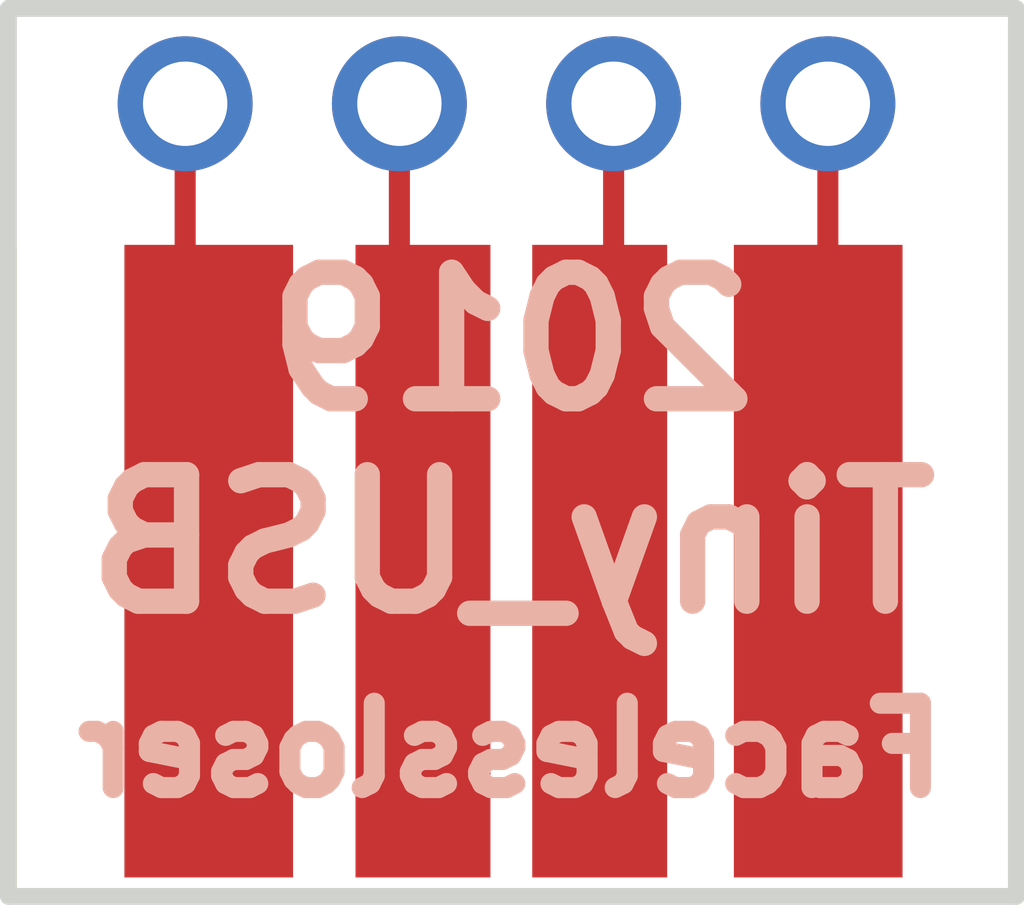
<source format=kicad_pcb>
(kicad_pcb (version 20171130) (host pcbnew 5.0.2+dfsg1-1~bpo9+1)

  (general
    (thickness 1.6)
    (drawings 7)
    (tracks 8)
    (zones 0)
    (modules 2)
    (nets 5)
  )

  (page A4)
  (layers
    (0 F.Cu signal)
    (31 B.Cu signal)
    (32 B.Adhes user)
    (33 F.Adhes user)
    (34 B.Paste user)
    (35 F.Paste user)
    (36 B.SilkS user)
    (37 F.SilkS user)
    (38 B.Mask user)
    (39 F.Mask user)
    (40 Dwgs.User user)
    (41 Cmts.User user)
    (42 Eco1.User user)
    (43 Eco2.User user)
    (44 Edge.Cuts user)
    (45 Margin user)
    (46 B.CrtYd user)
    (47 F.CrtYd user)
    (48 B.Fab user)
    (49 F.Fab user)
  )

  (setup
    (last_trace_width 0.25)
    (trace_clearance 0.2)
    (zone_clearance 0.508)
    (zone_45_only no)
    (trace_min 0.2)
    (segment_width 0.2)
    (edge_width 0.15)
    (via_size 0.8)
    (via_drill 0.4)
    (via_min_size 0.4)
    (via_min_drill 0.3)
    (uvia_size 0.3)
    (uvia_drill 0.1)
    (uvias_allowed no)
    (uvia_min_size 0.2)
    (uvia_min_drill 0.1)
    (pcb_text_width 0.3)
    (pcb_text_size 1.5 1.5)
    (mod_edge_width 0.15)
    (mod_text_size 1 1)
    (mod_text_width 0.15)
    (pad_size 1.524 1.524)
    (pad_drill 0.762)
    (pad_to_mask_clearance 0.051)
    (solder_mask_min_width 0.25)
    (aux_axis_origin 0 0)
    (visible_elements FFFFFF7F)
    (pcbplotparams
      (layerselection 0x010f0_ffffffff)
      (usegerberextensions false)
      (usegerberattributes false)
      (usegerberadvancedattributes false)
      (creategerberjobfile false)
      (excludeedgelayer true)
      (linewidth 0.100000)
      (plotframeref false)
      (viasonmask false)
      (mode 1)
      (useauxorigin false)
      (hpglpennumber 1)
      (hpglpenspeed 20)
      (hpglpendiameter 15.000000)
      (psnegative false)
      (psa4output false)
      (plotreference true)
      (plotvalue true)
      (plotinvisibletext false)
      (padsonsilk false)
      (subtractmaskfromsilk false)
      (outputformat 1)
      (mirror false)
      (drillshape 0)
      (scaleselection 1)
      (outputdirectory "gerbers/"))
  )

  (net 0 "")
  (net 1 "Net-(J1-Pad1)")
  (net 2 "Net-(J1-Pad4)")
  (net 3 "Net-(J1-Pad3)")
  (net 4 "Net-(J1-Pad2)")

  (net_class Default "This is the default net class."
    (clearance 0.2)
    (trace_width 0.25)
    (via_dia 0.8)
    (via_drill 0.4)
    (uvia_dia 0.3)
    (uvia_drill 0.1)
    (add_net "Net-(J1-Pad1)")
    (add_net "Net-(J1-Pad2)")
    (add_net "Net-(J1-Pad3)")
    (add_net "Net-(J1-Pad4)")
  )

  (module usb_custom:usb_pcb_breakout_short_custom (layer F.Cu) (tedit 5D0D0440) (tstamp 5D302626)
    (at 151.5237 95.7707)
    (path /5C1F6A40)
    (fp_text reference J1 (at 0 3.6195) (layer F.SilkS) hide
      (effects (font (size 1 1) (thickness 0.15)))
    )
    (fp_text value USB_A (at 0 1.397) (layer F.Fab) hide
      (effects (font (size 1 1) (thickness 0.15)))
    )
    (fp_line (start -5.9055 0) (end 6.0325 0) (layer F.SilkS) (width 0.15))
    (fp_line (start 6.0325 0) (end 6.0325 -7.6708) (layer F.SilkS) (width 0.15))
    (fp_line (start -5.9055 0) (end -5.9055 -7.6708) (layer F.SilkS) (width 0.15))
    (pad 1 smd rect (at -3.556 -3.9878) (size 2 7.5) (layers F.Cu F.Paste F.Mask)
      (net 1 "Net-(J1-Pad1)"))
    (pad 4 smd rect (at 3.6703 -3.9878) (size 2 7.5) (layers F.Cu F.Paste F.Mask)
      (net 2 "Net-(J1-Pad4)"))
    (pad 3 smd rect (at 1.0795 -3.9878) (size 1.6 7.5) (layers F.Cu F.Paste F.Mask)
      (net 3 "Net-(J1-Pad3)"))
    (pad 2 smd rect (at -1.016 -3.9878) (size 1.6 7.5) (layers F.Cu F.Paste F.Mask)
      (net 4 "Net-(J1-Pad2)"))
  )

  (module headers_custom:4_pin_header (layer F.Cu) (tedit 5D0D03FF) (tstamp 5D302650)
    (at 151.4983 86.36)
    (path /5D0BEB89)
    (fp_text reference U1 (at 0.0127 -3.7465) (layer F.SilkS) hide
      (effects (font (size 1 1) (thickness 0.15)))
    )
    (fp_text value 4pin_out (at 0 -1.9939) (layer F.Fab) hide
      (effects (font (size 1 1) (thickness 0.15)))
    )
    (pad 2 thru_hole circle (at -1.27 0) (size 1.6 1.6) (drill 1) (layers *.Cu *.Mask)
      (net 4 "Net-(J1-Pad2)"))
    (pad 3 thru_hole circle (at 1.27 0) (size 1.6 1.6) (drill 1) (layers *.Cu *.Mask)
      (net 3 "Net-(J1-Pad3)"))
    (pad 4 thru_hole circle (at 3.81 0) (size 1.6 1.6) (drill 1) (layers *.Cu *.Mask)
      (net 2 "Net-(J1-Pad4)"))
    (pad 1 thru_hole circle (at -3.81 0) (size 1.6 1.6) (drill 1) (layers *.Cu *.Mask)
      (net 1 "Net-(J1-Pad1)"))
  )

  (gr_text Tiny_USB (at 151.5618 91.5797) (layer B.SilkS)
    (effects (font (size 1.5 1.5) (thickness 0.3)) (justify mirror))
  )
  (gr_line (start 145.5928 95.758) (end 145.5928 85.2297) (layer Edge.Cuts) (width 0.2) (tstamp 5D302682))
  (gr_line (start 157.5435 95.758) (end 157.5435 85.2297) (layer Edge.Cuts) (width 0.2))
  (gr_text Facelessloser (at 151.5491 94.0181) (layer B.SilkS)
    (effects (font (size 1 1) (thickness 0.25)) (justify mirror))
  )
  (gr_text 2019 (at 151.5618 89.1794) (layer B.SilkS) (tstamp 5D302426)
    (effects (font (size 1.5 1.5) (thickness 0.3)) (justify mirror))
  )
  (gr_line (start 157.5435 95.758) (end 145.6055 95.758) (layer Edge.Cuts) (width 0.2) (tstamp 5D3025D2))
  (gr_line (start 145.5928 85.2297) (end 157.5308 85.2297) (layer Edge.Cuts) (width 0.2) (tstamp 5D186ABA))

  (segment (start 147.6883 91.5035) (end 147.9677 91.7829) (width 0.25) (layer F.Cu) (net 1))
  (segment (start 147.6883 86.36) (end 147.6883 91.5035) (width 0.25) (layer F.Cu) (net 1))
  (segment (start 155.3083 91.6686) (end 155.194 91.7829) (width 0.25) (layer F.Cu) (net 2))
  (segment (start 155.3083 86.36) (end 155.3083 91.6686) (width 0.25) (layer F.Cu) (net 2))
  (segment (start 152.7683 91.6178) (end 152.6032 91.7829) (width 0.25) (layer F.Cu) (net 3))
  (segment (start 152.7683 86.36) (end 152.7683 91.6178) (width 0.25) (layer F.Cu) (net 3))
  (segment (start 150.2283 91.5035) (end 150.5077 91.7829) (width 0.25) (layer F.Cu) (net 4))
  (segment (start 150.2283 86.36) (end 150.2283 91.5035) (width 0.25) (layer F.Cu) (net 4))

)

</source>
